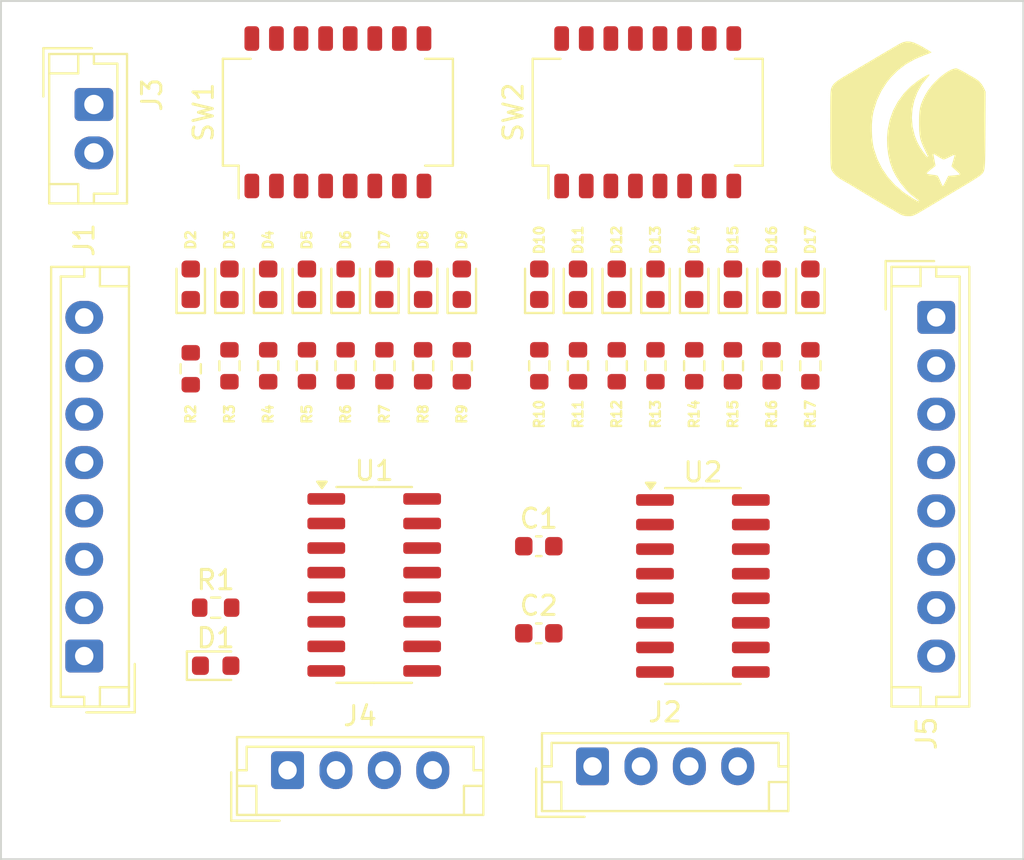
<source format=kicad_pcb>
(kicad_pcb (version 20241229) (generator "pcbnew") (generator_version "9.0")
  (layers (0 "F.Cu" signal) (2 "B.Cu" signal) (13 "F.Paste" user) (15 "B.Paste" user) (5 "F.SilkS" user "F.Silkscreen") (7 "B.SilkS" user "B.Silkscreen") (1 "F.Mask" user) (3 "B.Mask" user) (25 "Edge.Cuts" user))
  (net 0 "")
  (net 1 "Net-(U1-VCC)")
  (net 2 "HC165_DATA")
  (net 3 "GND")
  (net 5 "HC165_CLK")
  (net 6 "Q")
  (net 7 "HC165_LOAD")
  (net 8 "Net-(U2-VCC)")
  (net 10 "+3V3")
  (net 11 "Net-(D2-K)")
  (net 12 "Net-(U1-D7)")
  (net 13 "Net-(D6-K)")
  (net 14 "Net-(U1-D3)")
  (net 15 "Net-(U1-D5)")
  (net 16 "Net-(D4-K)")
  (net 17 "Net-(D1-A)")
  (net 18 "Net-(U1-D4)")
  (net 19 "Net-(D5-K)")
  (net 20 "Net-(D16-K)")
  (net 21 "Net-(U2-D1)")
  (net 22 "Net-(U1-D6)")
  (net 23 "Net-(D3-K)")
  (net 24 "Net-(U1-D2)")
  (net 25 "Net-(D7-K)")
  (net 26 "Net-(U1-D1)")
  (net 27 "Net-(D8-K)")
  (net 28 "Net-(D9-K)")
  (net 29 "Net-(U1-D0)")
  (net 30 "Net-(U2-D7)")
  (net 31 "Net-(D10-K)")
  (net 32 "Net-(D11-K)")
  (net 33 "Net-(U2-D6)")
  (net 34 "Net-(U2-D5)")
  (net 35 "Net-(D12-K)")
  (net 36 "Net-(D13-K)")
  (net 37 "Net-(U2-D4)")
  (net 38 "Net-(D14-K)")
  (net 39 "Net-(U2-D3)")
  (net 40 "Net-(D15-K)")
  (net 41 "Net-(U2-D2)")
  (net 42 "Net-(D17-K)")
  (net 43 "Net-(U2-D0)")
  (net 44 "Net-(D14-A)")
  (net 45 "Net-(D15-A)")
  (net 46 "Net-(D9-A)")
  (net 47 "Net-(D4-A)")
  (net 48 "Net-(D2-A)")
  (net 49 "Net-(D3-A)")
  (net 50 "Net-(D5-A)")
  (net 51 "Net-(D6-A)")
  (net 52 "Net-(D7-A)")
  (net 53 "Net-(D8-A)")
  (net 54 "Net-(D10-A)")
  (net 55 "Net-(D16-A)")
  (net 56 "Net-(D11-A)")
  (net 57 "Net-(D12-A)")
  (net 58 "Net-(D13-A)")
  (footprint "Resistor_SMD:R_0603_1608Metric" (layer "F.Cu") (at 39 58.5 90)
    (property "Reference" "R4" (at -2.5 0 90) (layer "F.SilkS") (effects (font (size 0.5 0.5) (thickness 0.125))))
    (property "Value" "330R")
    (pad "1" smd roundrect (at -0.825 0 90) (size 0.8 0.95) (layers "F.Cu" "F.Mask" "F.Paste") (net 16 "Net-(D4-K)"))
    (pad "2" smd roundrect (at 0.825 0 90) (size 0.8 0.95) (layers "F.Cu" "F.Mask" "F.Paste") (net 15 "Net-(U1-D5)"))
  )
  (footprint "LED_SMD:LED_0603_1608Metric" (layer "F.Cu") (at 41 54.2875 90)
    (property "Reference" "D5" (at 2.2875 0 90) (layer "F.SilkS") (effects (font (size 0.5 0.5) (thickness 0.125))))
    (property "Value" "green_LED")
    (pad "1" smd roundrect (at -0.7875 0 90) (size 0.875 0.95) (layers "F.Cu" "F.Mask" "F.Paste") (net 19 "Net-(D5-K)"))
    (pad "2" smd roundrect (at 0.7875 0 90) (size 0.875 0.95) (layers "F.Cu" "F.Mask" "F.Paste") (net 50 "Net-(D5-A)"))
  )
  (footprint "LED_SMD:LED_0603_1608Metric" (layer "F.Cu") (at 63 54.2875 90)
    (property "Reference" "D15" (at 2.2875 0 90) (layer "F.SilkS") (effects (font (size 0.5 0.5) (thickness 0.125) (bold yes))))
    (property "Value" "green_LED")
    (pad "1" smd roundrect (at -0.7875 0 90) (size 0.875 0.95) (layers "F.Cu" "F.Mask" "F.Paste") (net 40 "Net-(D15-K)"))
    (pad "2" smd roundrect (at 0.7875 0 90) (size 0.875 0.95) (layers "F.Cu" "F.Mask" "F.Paste") (net 45 "Net-(D15-A)"))
  )
  (footprint "Resistor_SMD:R_0603_1608Metric" (layer "F.Cu") (at 43 58.5 90)
    (property "Reference" "R6" (at -2.5 0 90) (layer "F.SilkS") (effects (font (size 0.5 0.5) (thickness 0.125) (bold yes))))
    (property "Value" "330R")
    (pad "1" smd roundrect (at -0.825 0 90) (size 0.8 0.95) (layers "F.Cu" "F.Mask" "F.Paste") (net 13 "Net-(D6-K)"))
    (pad "2" smd roundrect (at 0.825 0 90) (size 0.8 0.95) (layers "F.Cu" "F.Mask" "F.Paste") (net 14 "Net-(U1-D3)"))
  )
  (footprint "Connector_JST:JST_EH_B4B-EH-A_1x04_P2.50mm_Vertical" (layer "F.Cu") (at 55.75 79.2)
    (property "Reference" "J2" (at 3.75 -2.8 0) (layer "F.SilkS"))
    (property "Value" "Conn_01x04_Pin")
    (pad "1" thru_hole roundrect (at 0 0) (size 1.7 1.95) (drill 0.95) (layers "*.Cu" "*.Mask") (roundrect_rratio 0.147059) (net 7 "HC165_LOAD"))
    (pad "2" thru_hole oval (at 2.5 0) (size 1.7 1.95) (drill 0.95) (layers "*.Cu" "*.Mask") (net 5 "HC165_CLK"))
    (pad "3" thru_hole oval (at 5 0) (size 1.7 1.95) (drill 0.95) (layers "*.Cu" "*.Mask") (net 2 "HC165_DATA"))
    (pad "4" thru_hole oval (at 7.5 0) (size 1.7 1.95) (drill 0.95) (layers "*.Cu" "*.Mask") (net 6 "Q"))
  )
  (footprint "Resistor_SMD:R_0603_1608Metric" (layer "F.Cu") (at 55 58.5 90)
    (property "Reference" "R11" (at -2.5 0 90) (layer "F.SilkS") (effects (font (size 0.5 0.5) (thickness 0.125))))
    (property "Value" "330R")
    (pad "1" smd roundrect (at -0.825 0 90) (size 0.8 0.95) (layers "F.Cu" "F.Mask" "F.Paste") (net 32 "Net-(D11-K)"))
    (pad "2" smd roundrect (at 0.825 0 90) (size 0.8 0.95) (layers "F.Cu" "F.Mask" "F.Paste") (net 33 "Net-(U2-D6)"))
  )
  (footprint "Resistor_SMD:R_0603_1608Metric" (layer "F.Cu") (at 61 58.5 90)
    (property "Reference" "R14" (at -2.5 0 90) (layer "F.SilkS") (effects (font (size 0.5 0.5) (thickness 0.125) (bold yes))))
    (property "Value" "330R")
    (pad "1" smd roundrect (at -0.825 0 90) (size 0.8 0.95) (layers "F.Cu" "F.Mask" "F.Paste") (net 38 "Net-(D14-K)"))
    (pad "2" smd roundrect (at 0.825 0 90) (size 0.8 0.95) (layers "F.Cu" "F.Mask" "F.Paste") (net 39 "Net-(U2-D3)"))
  )
  (footprint "Resistor_SMD:R_0603_1608Metric" (layer "F.Cu") (at 63 58.5 90)
    (property "Reference" "R15" (at -2.5 0 90) (layer "F.SilkS") (effects (font (size 0.5 0.5) (thickness 0.125) (bold yes))))
    (property "Value" "330R")
    (pad "1" smd roundrect (at -0.825 0 90) (size 0.8 0.95) (layers "F.Cu" "F.Mask" "F.Paste") (net 40 "Net-(D15-K)"))
    (pad "2" smd roundrect (at 0.825 0 90) (size 0.8 0.95) (layers "F.Cu" "F.Mask" "F.Paste") (net 41 "Net-(U2-D2)"))
  )
  (footprint "LED_SMD:LED_0603_1608Metric" (layer "F.Cu") (at 35 54.2875 90)
    (property "Reference" "D2" (at 2.2875 0 90) (layer "F.SilkS") (effects (font (size 0.5 0.5) (thickness 0.125))))
    (property "Value" "green_LED")
    (pad "1" smd roundrect (at -0.7875 0 90) (size 0.875 0.95) (layers "F.Cu" "F.Mask" "F.Paste") (net 11 "Net-(D2-K)"))
    (pad "2" smd roundrect (at 0.7875 0 90) (size 0.875 0.95) (layers "F.Cu" "F.Mask" "F.Paste") (net 48 "Net-(D2-A)"))
  )
  (footprint "LED_SMD:LED_0603_1608Metric" (layer "F.Cu") (at 49 54.2875 90)
    (property "Reference" "D9" (at 2.2875 0 90) (layer "F.SilkS") (effects (font (size 0.5 0.5) (thickness 0.125) (bold yes))))
    (property "Value" "green_LED")
    (pad "1" smd roundrect (at -0.7875 0 90) (size 0.875 0.95) (layers "F.Cu" "F.Mask" "F.Paste") (net 28 "Net-(D9-K)"))
    (pad "2" smd roundrect (at 0.7875 0 90) (size 0.875 0.95) (layers "F.Cu" "F.Mask" "F.Paste") (net 46 "Net-(D9-A)"))
  )
  (footprint "Connector_JST:JST_EH_B4B-EH-A_1x04_P2.50mm_Vertical" (layer "F.Cu") (at 40 79.4)
    (property "Reference" "J4" (at 3.75 -2.8 0) (layer "F.SilkS"))
    (property "Value" "Conn_01x04_Pin")
    (pad "1" thru_hole roundrect (at 0 0) (size 1.7 1.95) (drill 0.95) (layers "*.Cu" "*.Mask") (roundrect_rratio 0.147059) (net 7 "HC165_LOAD"))
    (pad "2" thru_hole oval (at 2.5 0) (size 1.7 1.95) (drill 0.95) (layers "*.Cu" "*.Mask") (net 5 "HC165_CLK"))
    (pad "3" thru_hole oval (at 5 0) (size 1.7 1.95) (drill 0.95) (layers "*.Cu" "*.Mask") (net 2 "HC165_DATA"))
    (pad "4" thru_hole oval (at 7.5 0) (size 1.7 1.95) (drill 0.95) (layers "*.Cu" "*.Mask") (net 6 "Q"))
  )
  (footprint "LED_SMD:LED_0603_1608Metric" (layer "F.Cu") (at 65 54.2875 90)
    (property "Reference" "D16" (at 2.2875 0 90) (layer "F.SilkS") (effects (font (size 0.5 0.5) (thickness 0.125) (bold yes))))
    (property "Value" "green_LED")
    (pad "1" smd roundrect (at -0.7875 0 90) (size 0.875 0.95) (layers "F.Cu" "F.Mask" "F.Paste") (net 20 "Net-(D16-K)"))
    (pad "2" smd roundrect (at 0.7875 0 90) (size 0.875 0.95) (layers "F.Cu" "F.Mask" "F.Paste") (net 55 "Net-(D16-A)"))
  )
  (footprint "LED_SMD:LED_0603_1608Metric" (layer "F.Cu") (at 43 54.2875 90)
    (property "Reference" "D6" (at 2.2875 0 90) (layer "F.SilkS") (effects (font (size 0.5 0.5) (thickness 0.125) (bold yes))))
    (property "Value" "green_LED")
    (pad "1" smd roundrect (at -0.7875 0 90) (size 0.875 0.95) (layers "F.Cu" "F.Mask" "F.Paste") (net 13 "Net-(D6-K)"))
    (pad "2" smd roundrect (at 0.7875 0 90) (size 0.875 0.95) (layers "F.Cu" "F.Mask" "F.Paste") (net 51 "Net-(D6-A)"))
  )
  (footprint "LED_SMD:LED_0603_1608Metric" (layer "F.Cu") (at 47 54.2875 90)
    (property "Reference" "D8" (at 2.2875 0 90) (layer "F.SilkS") (effects (font (size 0.5 0.5) (thickness 0.125) (bold yes))))
    (property "Value" "green_LED")
    (pad "1" smd roundrect (at -0.7875 0 90) (size 0.875 0.95) (layers "F.Cu" "F.Mask" "F.Paste") (net 27 "Net-(D8-K)"))
    (pad "2" smd roundrect (at 0.7875 0 90) (size 0.875 0.95) (layers "F.Cu" "F.Mask" "F.Paste") (net 53 "Net-(D8-A)"))
  )
  (footprint "LED_SMD:LED_0603_1608Metric" (layer "F.Cu") (at 57 54.2875 90)
    (property "Reference" "D12" (at 2.2875 0 90) (layer "F.SilkS") (effects (font (size 0.5 0.5) (thickness 0.125) (bold yes))))
    (property "Value" "green_LED")
    (pad "1" smd roundrect (at -0.7875 0 90) (size 0.875 0.95) (layers "F.Cu" "F.Mask" "F.Paste") (net 35 "Net-(D12-K)"))
    (pad "2" smd roundrect (at 0.7875 0 90) (size 0.875 0.95) (layers "F.Cu" "F.Mask" "F.Paste") (net 57 "Net-(D12-A)"))
  )
  (footprint "Resistor_SMD:R_0603_1608Metric" (layer "F.Cu") (at 67 58.5 90)
    (property "Reference" "R17" (at -2.5 0 90) (layer "F.SilkS") (effects (font (size 0.5 0.5) (thickness 0.125) (bold yes))))
    (property "Value" "330R")
    (pad "1" smd roundrect (at -0.825 0 90) (size 0.8 0.95) (layers "F.Cu" "F.Mask" "F.Paste") (net 42 "Net-(D17-K)"))
    (pad "2" smd roundrect (at 0.825 0 90) (size 0.8 0.95) (layers "F.Cu" "F.Mask" "F.Paste") (net 43 "Net-(U2-D0)"))
  )
  (footprint "LED_SMD:LED_0603_1608Metric" (layer "F.Cu") (at 36.2875 74)
    (property "Reference" "D1" (at 0 -1.43 0) (layer "F.SilkS"))
    (property "Value" "RED_LED")
    (pad "1" smd roundrect (at -0.7875 0) (size 0.875 0.95) (layers "F.Cu" "F.Mask" "F.Paste") (net 3 "GND"))
    (pad "2" smd roundrect (at 0.7875 0) (size 0.875 0.95) (layers "F.Cu" "F.Mask" "F.Paste") (net 17 "Net-(D1-A)"))
  )
  (footprint "LED_SMD:LED_0603_1608Metric" (layer "F.Cu") (at 39 54.2875 90)
    (property "Reference" "D4" (at 2.2875 0 90) (layer "F.SilkS") (effects (font (size 0.5 0.5) (thickness 0.125))))
    (property "Value" "green_LED")
    (pad "1" smd roundrect (at -0.7875 0 90) (size 0.875 0.95) (layers "F.Cu" "F.Mask" "F.Paste") (net 16 "Net-(D4-K)"))
    (pad "2" smd roundrect (at 0.7875 0 90) (size 0.875 0.95) (layers "F.Cu" "F.Mask" "F.Paste") (net 47 "Net-(D4-A)"))
  )
  (footprint "Capacitor_SMD:C_0603_1608Metric" (layer "F.Cu") (at 52.975 67.825)
    (property "Reference" "C1" (at 0 -1.43 0) (layer "F.SilkS"))
    (property "Value" "100nF")
    (pad "1" smd roundrect (at -0.775 0) (size 0.9 0.95) (layers "F.Cu" "F.Mask" "F.Paste") (net 1 "Net-(U1-VCC)"))
    (pad "2" smd roundrect (at 0.775 0) (size 0.9 0.95) (layers "F.Cu" "F.Mask" "F.Paste") (net 3 "GND"))
  )
  (footprint "Button_Switch_SMD:SW_DIP_SPSTx08_Slide_KingTek_DSHP08TS_W7.62mm_P1.27mm" (layer "F.Cu") (at 58.6 45.4 90)
    (property "Reference" "SW2" (at 0 -6.94 90) (layer "F.SilkS"))
    (property "Value" "SW_DIP_x08")
    (pad "1" smd roundrect (at -3.81 -4.445 90) (size 1.27 0.76) (layers "F.Cu" "F.Mask" "F.Paste") (net 54 "Net-(D10-A)"))
    (pad "2" smd roundrect (at -3.81 -3.175 90) (size 1.27 0.76) (layers "F.Cu" "F.Mask" "F.Paste") (net 56 "Net-(D11-A)"))
    (pad "3" smd roundrect (at -3.81 -1.905 90) (size 1.27 0.76) (layers "F.Cu" "F.Mask" "F.Paste") (net 57 "Net-(D12-A)"))
    (pad "4" smd roundrect (at -3.81 -0.635 90) (size 1.27 0.76) (layers "F.Cu" "F.Mask" "F.Paste") (net 58 "Net-(D13-A)"))
    (pad "5" smd roundrect (at -3.81 0.635 90) (size 1.27 0.76) (layers "F.Cu" "F.Mask" "F.Paste") (net 44 "Net-(D14-A)"))
    (pad "6" smd roundrect (at -3.81 1.905 90) (size 1.27 0.76) (layers "F.Cu" "F.Mask" "F.Paste") (net 45 "Net-(D15-A)"))
    (pad "7" smd roundrect (at -3.81 3.175 90) (size 1.27 0.76) (layers "F.Cu" "F.Mask" "F.Paste") (net 55 "Net-(D16-A)"))
    (pad "8" smd roundrect (at -3.81 4.445 90) (size 1.27 0.76) (layers "F.Cu" "F.Mask" "F.Paste") (net 55 "Net-(D16-A)"))
    (pad "9" smd roundrect (at 3.81 4.445 90) (size 1.27 0.76) (layers "F.Cu" "F.Mask" "F.Paste") (net 10 "+3V3"))
    (pad "10" smd roundrect (at 3.81 3.175 90) (size 1.27 0.76) (layers "F.Cu" "F.Mask" "F.Paste") (net 10 "+3V3"))
    (pad "11" smd roundrect (at 3.81 1.905 90) (size 1.27 0.76) (layers "F.Cu" "F.Mask" "F.Paste") (net 10 "+3V3"))
    (pad "12" smd roundrect (at 3.81 0.635 90) (size 1.27 0.76) (layers "F.Cu" "F.Mask" "F.Paste") (net 10 "+3V3"))
    (pad "13" smd roundrect (at 3.81 -0.635 90) (size 1.27 0.76) (layers "F.Cu" "F.Mask" "F.Paste") (net 10 "+3V3"))
    (pad "14" smd roundrect (at 3.81 -1.905 90) (size 1.27 0.76) (layers "F.Cu" "F.Mask" "F.Paste") (net 10 "+3V3"))
    (pad "15" smd roundrect (at 3.81 -3.175 90) (size 1.27 0.76) (layers "F.Cu" "F.Mask" "F.Paste") (net 10 "+3V3"))
    (pad "16" smd roundrect (at 3.81 -4.445 90) (size 1.27 0.76) (layers "F.Cu" "F.Mask" "F.Paste") (net 10 "+3V3"))
  )
  (footprint "LED_SMD:LED_0603_1608Metric" (layer "F.Cu") (at 59 54.2875 90)
    (property "Reference" "D13" (at 2.2875 0 90) (layer "F.SilkS") (effects (font (size 0.5 0.5) (thickness 0.125) (bold yes))))
    (property "Value" "green_LED")
    (pad "1" smd roundrect (at -0.7875 0 90) (size 0.875 0.95) (layers "F.Cu" "F.Mask" "F.Paste") (net 36 "Net-(D13-K)"))
    (pad "2" smd roundrect (at 0.7875 0 90) (size 0.875 0.95) (layers "F.Cu" "F.Mask" "F.Paste") (net 58 "Net-(D13-A)"))
  )
  (footprint "Resistor_SMD:R_0603_1608Metric" (layer "F.Cu") (at 59 58.5 90)
    (property "Reference" "R13" (at -2.5 0 90) (layer "F.SilkS") (effects (font (size 0.5 0.5) (thickness 0.125) (bold yes))))
    (property "Value" "330R")
    (pad "1" smd roundrect (at -0.825 0 90) (size 0.8 0.95) (layers "F.Cu" "F.Mask" "F.Paste") (net 36 "Net-(D13-K)"))
    (pad "2" smd roundrect (at 0.825 0 90) (size 0.8 0.95) (layers "F.Cu" "F.Mask" "F.Paste") (net 37 "Net-(U2-D4)"))
  )
  (footprint "Resistor_SMD:R_0603_1608Metric" (layer "F.Cu") (at 57 58.5 90)
    (property "Reference" "R12" (at -2.5 0 90) (layer "F.SilkS") (effects (font (size 0.5 0.5) (thickness 0.125))))
    (property "Value" "330R")
    (pad "1" smd roundrect (at -0.825 0 90) (size 0.8 0.95) (layers "F.Cu" "F.Mask" "F.Paste") (net 35 "Net-(D12-K)"))
    (pad "2" smd roundrect (at 0.825 0 90) (size 0.8 0.95) (layers "F.Cu" "F.Mask" "F.Paste") (net 34 "Net-(U2-D5)"))
  )
  (footprint "Button_Switch_SMD:SW_DIP_SPSTx08_Slide_KingTek_DSHP08TS_W7.62mm_P1.27mm" (layer "F.Cu") (at 42.6 45.4 90)
    (property "Reference" "SW1" (at 0 -6.94 90) (layer "F.SilkS"))
    (property "Value" "SW_DIP_x08")
    (pad "1" smd roundrect (at -3.81 -4.445 90) (size 1.27 0.76) (layers "F.Cu" "F.Mask" "F.Paste") (net 48 "Net-(D2-A)"))
    (pad "2" smd roundrect (at -3.81 -3.175 90) (size 1.27 0.76) (layers "F.Cu" "F.Mask" "F.Paste") (net 49 "Net-(D3-A)"))
    (pad "3" smd roundrect (at -3.81 -1.905 90) (size 1.27 0.76) (layers "F.Cu" "F.Mask" "F.Paste") (net 47 "Net-(D4-A)"))
    (pad "4" smd roundrect (at -3.81 -0.635 90) (size 1.27 0.76) (layers "F.Cu" "F.Mask" "F.Paste") (net 50 "Net-(D5-A)"))
    (pad "5" smd roundrect (at -3.81 0.635 90) (size 1.27 0.76) (layers "F.Cu" "F.Mask" "F.Paste") (net 51 "Net-(D6-A)"))
    (pad "6" smd roundrect (at -3.81 1.905 90) (size 1.27 0.76) (layers "F.Cu" "F.Mask" "F.Paste") (net 52 "Net-(D7-A)"))
    (pad "7" smd roundrect (at -3.81 3.175 90) (size 1.27 0.76) (layers "F.Cu" "F.Mask" "F.Paste") (net 53 "Net-(D8-A)"))
    (pad "8" smd roundrect (at -3.81 4.445 90) (size 1.27 0.76) (layers "F.Cu" "F.Mask" "F.Paste") (net 46 "Net-(D9-A)"))
    (pad "9" smd roundrect (at 3.81 4.445 90) (size 1.27 0.76) (layers "F.Cu" "F.Mask" "F.Paste") (net 10 "+3V3"))
    (pad "10" smd roundrect (at 3.81 3.175 90) (size 1.27 0.76) (layers "F.Cu" "F.Mask" "F.Paste") (net 10 "+3V3"))
    (pad "11" smd roundrect (at 3.81 1.905 90) (size 1.27 0.76) (layers "F.Cu" "F.Mask" "F.Paste") (net 10 "+3V3"))
    (pad "12" smd roundrect (at 3.81 0.635 90) (size 1.27 0.76) (layers "F.Cu" "F.Mask" "F.Paste") (net 10 "+3V3"))
    (pad "13" smd roundrect (at 3.81 -0.635 90) (size 1.27 0.76) (layers "F.Cu" "F.Mask" "F.Paste") (net 10 "+3V3"))
    (pad "14" smd roundrect (at 3.81 -1.905 90) (size 1.27 0.76) (layers "F.Cu" "F.Mask" "F.Paste") (net 10 "+3V3"))
    (pad "15" smd roundrect (at 3.81 -3.175 90) (size 1.27 0.76) (layers "F.Cu" "F.Mask" "F.Paste") (net 10 "+3V3"))
    (pad "16" smd roundrect (at 3.81 -4.445 90) (size 1.27 0.76) (layers "F.Cu" "F.Mask" "F.Paste") (net 10 "+3V3"))
  )
  (footprint "Resistor_SMD:R_0603_1608Metric" (layer "F.Cu") (at 41 58.5 90)
    (property "Reference" "R5" (at -2.5 0 90) (layer "F.SilkS") (effects (font (size 0.5 0.5) (thickness 0.125))))
    (property "Value" "330R")
    (pad "1" smd roundrect (at -0.825 0 90) (size 0.8 0.95) (layers "F.Cu" "F.Mask" "F.Paste") (net 19 "Net-(D5-K)"))
    (pad "2" smd roundrect (at 0.825 0 90) (size 0.8 0.95) (layers "F.Cu" "F.Mask" "F.Paste") (net 18 "Net-(U1-D4)"))
  )
  (footprint "Resistor_SMD:R_0603_1608Metric" (layer "F.Cu") (at 35 58.655 90)
    (property "Reference" "R2" (at -2.345 0 90) (layer "F.SilkS") (effects (font (size 0.5 0.5) (thickness 0.125) (bold yes))))
    (property "Value" "330R")
    (pad "1" smd roundrect (at -0.825 0 90) (size 0.8 0.95) (layers "F.Cu" "F.Mask" "F.Paste") (net 11 "Net-(D2-K)"))
    (pad "2" smd roundrect (at 0.825 0 90) (size 0.8 0.95) (layers "F.Cu" "F.Mask" "F.Paste") (net 12 "Net-(U1-D7)"))
  )
  (footprint "Resistor_SMD:R_0603_1608Metric" (layer "F.Cu") (at 65 58.5 90)
    (property "Reference" "R16" (at -2.5 0 90) (layer "F.SilkS") (effects (font (size 0.5 0.5) (thickness 0.125))))
    (property "Value" "330R")
    (pad "1" smd roundrect (at -0.825 0 90) (size 0.8 0.95) (layers "F.Cu" "F.Mask" "F.Paste") (net 20 "Net-(D16-K)"))
    (pad "2" smd roundrect (at 0.825 0 90) (size 0.8 0.95) (layers "F.Cu" "F.Mask" "F.Paste") (net 21 "Net-(U2-D1)"))
  )
  (footprint "Capacitor_SMD:C_0603_1608Metric" (layer "F.Cu") (at 52.975 72.325)
    (property "Reference" "C2" (at 0 -1.43 0) (layer "F.SilkS"))
    (property "Value" "100nF")
    (pad "1" smd roundrect (at -0.775 0) (size 0.9 0.95) (layers "F.Cu" "F.Mask" "F.Paste") (net 8 "Net-(U2-VCC)"))
    (pad "2" smd roundrect (at 0.775 0) (size 0.9 0.95) (layers "F.Cu" "F.Mask" "F.Paste") (net 3 "GND"))
  )
  (footprint "LED_SMD:LED_0603_1608Metric" (layer "F.Cu") (at 55 54.2875 90)
    (property "Reference" "D11" (at 2.2875 0 90) (layer "F.SilkS") (effects (font (size 0.5 0.5) (thickness 0.125) (bold yes))))
    (property "Value" "green_LED")
    (pad "1" smd roundrect (at -0.7875 0 90) (size 0.875 0.95) (layers "F.Cu" "F.Mask" "F.Paste") (net 32 "Net-(D11-K)"))
    (pad "2" smd roundrect (at 0.7875 0 90) (size 0.875 0.95) (layers "F.Cu" "F.Mask" "F.Paste") (net 56 "Net-(D11-A)"))
  )
  (footprint "LOGO" (layer "F.Cu") (at 72 46)
    (property "Reference" "G***" (hide yes))
    (property "Value" "LOGO" (hide yes))
  )
  (footprint "LED_SMD:LED_0603_1608Metric" (layer "F.Cu") (at 45 54.2875 90)
    (property "Reference" "D7" (at 2.2875 0 90) (layer "F.SilkS") (effects (font (size 0.5 0.5) (thickness 0.125) (bold yes))))
    (property "Value" "green_LED")
    (pad "1" smd roundrect (at -0.7875 0 90) (size 0.875 0.95) (layers "F.Cu" "F.Mask" "F.Paste") (net 25 "Net-(D7-K)"))
    (pad "2" smd roundrect (at 0.7875 0 90) (size 0.875 0.95) (layers "F.Cu" "F.Mask" "F.Paste") (net 52 "Net-(D7-A)"))
  )
  (footprint "Package_SO:SOIC-16_3.9x9.9mm_P1.27mm" (layer "F.Cu") (at 44.475 69.825)
    (property "Reference" "U1" (at 0 -5.9 0) (layer "F.SilkS"))
    (property "Value" "74HC165")
    (pad "1" smd roundrect (at -2.475 -4.445) (size 1.95 0.6) (layers "F.Cu" "F.Mask" "F.Paste") (net 7 "HC165_LOAD"))
    (pad "2" smd roundrect (at -2.475 -3.175) (size 1.95 0.6) (layers "F.Cu" "F.Mask" "F.Paste") (net 5 "HC165_CLK"))
    (pad "3" smd roundrect (at -2.475 -1.905) (size 1.95 0.6) (layers "F.Cu" "F.Mask" "F.Paste") (net 18 "Net-(U1-D4)"))
    (pad "4" smd roundrect (at -2.475 -0.635) (size 1.95 0.6) (layers "F.Cu" "F.Mask" "F.Paste") (net 15 "Net-(U1-D5)"))
    (pad "5" smd roundrect (at -2.475 0.635) (size 1.95 0.6) (layers "F.Cu" "F.Mask" "F.Paste") (net 22 "Net-(U1-D6)"))
    (pad "6" smd roundrect (at -2.475 1.905) (size 1.95 0.6) (layers "F.Cu" "F.Mask" "F.Paste") (net 12 "Net-(U1-D7)"))
    (pad "7" smd roundrect (at -2.475 3.175) (size 1.95 0.6) (layers "F.Cu" "F.Mask" "F.Paste"))
    (pad "8" smd roundrect (at -2.475 4.445) (size 1.95 0.6) (layers "F.Cu" "F.Mask" "F.Paste") (net 3 "GND"))
    (pad "9" smd roundrect (at 2.475 4.445) (size 1.95 0.6) (layers "F.Cu" "F.Mask" "F.Paste") (net 2 "HC165_DATA"))
    (pad "10" smd roundrect (at 2.475 3.175) (size 1.95 0.6) (layers "F.Cu" "F.Mask" "F.Paste") (net 6 "Q"))
    (pad "11" smd roundrect (at 2.475 1.905) (size 1.95 0.6) (layers "F.Cu" "F.Mask" "F.Paste") (net 29 "Net-(U1-D0)"))
    (pad "12" smd roundrect (at 2.475 0.635) (size 1.95 0.6) (layers "F.Cu" "F.Mask" "F.Paste") (net 26 "Net-(U1-D1)"))
    (pad "13" smd roundrect (at 2.475 -0.635) (size 1.95 0.6) (layers "F.Cu" "F.Mask" "F.Paste") (net 24 "Net-(U1-D2)"))
    (pad "14" smd roundrect (at 2.475 -1.905) (size 1.95 0.6) (layers "F.Cu" "F.Mask" "F.Paste") (net 14 "Net-(U1-D3)"))
    (pad "15" smd roundrect (at 2.475 -3.175) (size 1.95 0.6) (layers "F.Cu" "F.Mask" "F.Paste") (net 3 "GND"))
    (pad "16" smd roundrect (at 2.475 -4.445) (size 1.95 0.6) (layers "F.Cu" "F.Mask" "F.Paste") (net 1 "Net-(U1-VCC)"))
  )
  (footprint "LED_SMD:LED_0603_1608Metric" (layer "F.Cu") (at 37 54.2875 90)
    (property "Reference" "D3" (at 2.2875 0 90) (layer "F.SilkS") (effects (font (size 0.5 0.5) (thickness 0.125) (bold yes))))
    (property "Value" "green_LED")
    (pad "1" smd roundrect (at -0.7875 0 90) (size 0.875 0.95) (layers "F.Cu" "F.Mask" "F.Paste") (net 23 "Net-(D3-K)"))
    (pad "2" smd roundrect (at 0.7875 0 90) (size 0.875 0.95) (layers "F.Cu" "F.Mask" "F.Paste") (net 49 "Net-(D3-A)"))
  )
  (footprint "Resistor_SMD:R_0603_1608Metric" (layer "F.Cu") (at 36.2875 71)
    (property "Reference" "R1" (at 0 -1.43 0) (layer "F.SilkS"))
    (property "Value" "330R")
    (pad "1" smd roundrect (at -0.825 0) (size 0.8 0.95) (layers "F.Cu" "F.Mask" "F.Paste") (net 10 "+3V3"))
    (pad "2" smd roundrect (at 0.825 0) (size 0.8 0.95) (layers "F.Cu" "F.Mask" "F.Paste") (net 17 "Net-(D1-A)"))
  )
  (footprint "Resistor_SMD:R_0603_1608Metric" (layer "F.Cu") (at 37 58.5 90)
    (property "Reference" "R3" (at -2.5 0 90) (layer "F.SilkS") (effects (font (size 0.5 0.5) (thickness 0.125) (bold yes))))
    (property "Value" "330R")
    (pad "1" smd roundrect (at -0.825 0 90) (size 0.8 0.95) (layers "F.Cu" "F.Mask" "F.Paste") (net 23 "Net-(D3-K)"))
    (pad "2" smd roundrect (at 0.825 0 90) (size 0.8 0.95) (layers "F.Cu" "F.Mask" "F.Paste") (net 22 "Net-(U1-D6)"))
  )
  (footprint "Connector_JST:JST_EH_B8B-EH-A_1x08_P2.50mm_Vertical" (layer "F.Cu") (at 73.5 56 -90)
    (property "Reference" "J5" (at 21.5 0.5 90) (layer "F.SilkS"))
    (property "Value" "Conn_01x09_Pin")
    (pad "1" thru_hole roundrect (at 0 0 270) (size 1.7 1.95) (drill 0.95) (layers "*.Cu" "*.Mask") (roundrect_rratio 0.147059) (net 3 "GND"))
    (pad "2" thru_hole oval (at 2.5 0 270) (size 1.7 1.95) (drill 0.95) (layers "*.Cu" "*.Mask") (net 55 "Net-(D16-A)"))
    (pad "3" thru_hole oval (at 5 0 270) (size 1.7 1.95) (drill 0.95) (layers "*.Cu" "*.Mask") (net 55 "Net-(D16-A)"))
    (pad "4" thru_hole oval (at 7.5 0 270) (size 1.7 1.95) (drill 0.95) (layers "*.Cu" "*.Mask") (net 45 "Net-(D15-A)"))
    (pad "5" thru_hole oval (at 10 0 270) (size 1.7 1.95) (drill 0.95) (layers "*.Cu" "*.Mask") (net 44 "Net-(D14-A)"))
    (pad "6" thru_hole oval (at 12.5 0 270) (size 1.7 1.95) (drill 0.95) (layers "*.Cu" "*.Mask") (net 58 "Net-(D13-A)"))
    (pad "7" thru_hole oval (at 15 0 270) (size 1.7 1.95) (drill 0.95) (layers "*.Cu" "*.Mask") (net 57 "Net-(D12-A)"))
    (pad "8" thru_hole oval (at 17.5 0 270) (size 1.7 1.95) (drill 0.95) (layers "*.Cu" "*.Mask") (net 56 "Net-(D11-A)"))
  )
  (footprint "Resistor_SMD:R_0603_1608Metric" (layer "F.Cu") (at 45 58.5 90)
    (property "Reference" "R7" (at -2.5 0 90) (layer "F.SilkS") (effects (font (size 0.5 0.5) (thickness 0.125) (bold yes))))
    (property "Value" "330R")
    (pad "1" smd roundrect (at -0.825 0 90) (size 0.8 0.95) (layers "F.Cu" "F.Mask" "F.Paste") (net 25 "Net-(D7-K)"))
    (pad "2" smd roundrect (at 0.825 0 90) (size 0.8 0.95) (layers "F.Cu" "F.Mask" "F.Paste") (net 24 "Net-(U1-D2)"))
  )
  (footprint "Resistor_SMD:R_0603_1608Metric" (layer "F.Cu") (at 53 58.5 90)
    (property "Reference" "R10" (at -2.5 0 90) (layer "F.SilkS") (effects (font (size 0.5 0.5) (thickness 0.125) (bold yes))))
    (property "Value" "330R")
    (pad "1" smd roundrect (at -0.825 0 90) (size 0.8 0.95) (layers "F.Cu" "F.Mask" "F.Paste") (net 31 "Net-(D10-K)"))
    (pad "2" smd roundrect (at 0.825 0 90) (size 0.8 0.95) (layers "F.Cu" "F.Mask" "F.Paste") (net 30 "Net-(U2-D7)"))
  )
  (footprint "Connector_JST:JST_EH_B2B-EH-A_1x02_P2.50mm_Vertical" (layer "F.Cu") (at 30 45 -90)
    (property "Reference" "J3" (at -0.5 -3 90) (layer "F.SilkS"))
    (property "Value" "Conn_01x02_Pin")
    (pad "1" thru_hole roundrect (at 0 0 270) (size 1.7 2) (drill 1) (layers "*.Cu" "*.Mask") (roundrect_rratio 0.147059) (net 10 "+3V3"))
    (pad "2" thru_hole oval (at 2.5 0 270) (size 1.7 2) (drill 1) (layers "*.Cu" "*.Mask") (net 3 "GND"))
  )
  (footprint "LED_SMD:LED_0603_1608Metric" (layer "F.Cu") (at 67 54.2875 90)
    (property "Reference" "D17" (at 2.2875 0 90) (layer "F.SilkS") (effects (font (size 0.5 0.5) (thickness 0.125) (bold yes))))
    (property "Value" "green_LED")
    (pad "1" smd roundrect (at -0.7875 0 90) (size 0.875 0.95) (layers "F.Cu" "F.Mask" "F.Paste") (net 42 "Net-(D17-K)"))
    (pad "2" smd roundrect (at 0.7875 0 90) (size 0.875 0.95) (layers "F.Cu" "F.Mask" "F.Paste") (net 55 "Net-(D16-A)"))
  )
  (footprint "Resistor_SMD:R_0603_1608Metric" (layer "F.Cu") (at 49 58.5 90)
    (property "Reference" "R9" (at -2.5 0 90) (layer "F.SilkS") (effects (font (size 0.5 0.5) (thickness 0.125))))
    (property "Value" "330R")
    (pad "1" smd roundrect (at -0.825 0 90) (size 0.8 0.95) (layers "F.Cu" "F.Mask" "F.Paste") (net 28 "Net-(D9-K)"))
    (pad "2" smd roundrect (at 0.825 0 90) (size 0.8 0.95) (layers "F.Cu" "F.Mask" "F.Paste") (net 29 "Net-(U1-D0)"))
  )
  (footprint "Connector_JST:JST_EH_B8B-EH-A_1x08_P2.50mm_Vertical" (layer "F.Cu") (at 29.5 73.5 90)
    (property "Reference" "J1" (at 21.5 0 90) (layer "F.SilkS"))
    (property "Value" "Conn_01x09_Pin")
    (pad "1" thru_hole roundrect (at 0 0 90) (size 1.7 1.95) (drill 0.95) (layers "*.Cu" "*.Mask") (roundrect_rratio 0.147059) (net 3 "GND"))
    (pad "2" thru_hole oval (at 2.5 0 90) (size 1.7 1.95) (drill 0.95) (layers "*.Cu" "*.Mask") (net 46 "Net-(D9-A)"))
    (pad "3" thru_hole oval (at 5 0 90) (size 1.7 1.95) (drill 0.95) (layers "*.Cu" "*.Mask") (net 53 "Net-(D8-A)"))
    (pad "4" thru_hole oval (at 7.5 0 90) (size 1.7 1.95) (drill 0.95) (layers "*.Cu" "*.Mask") (net 52 "Net-(D7-A)"))
    (pad "5" thru_hole oval (at 10 0 90) (size 1.7 1.95) (drill 0.95) (layers "*.Cu" "*.Mask") (net 51 "Net-(D6-A)"))
    (pad "6" thru_hole oval (at 12.5 0 90) (size 1.7 1.95) (drill 0.95) (layers "*.Cu" "*.Mask") (net 50 "Net-(D5-A)"))
    (pad "7" thru_hole oval (at 15 0 90) (size 1.7 1.95) (drill 0.95) (layers "*.Cu" "*.Mask") (net 47 "Net-(D4-A)"))
    (pad "8" thru_hole oval (at 17.5 0 90) (size 1.7 1.95) (drill 0.95) (layers "*.Cu" "*.Mask") (net 49 "Net-(D3-A)"))
  )
  (footprint "LED_SMD:LED_0603_1608Metric" (layer "F.Cu") (at 53 54.2875 90)
    (property "Reference" "D10" (at 2.2875 0 90) (layer "F.SilkS") (effects (font (size 0.5 0.5) (thickness 0.125) (bold yes))))
    (property "Value" "green_LED")
    (pad "1" smd roundrect (at -0.7875 0 90) (size 0.875 0.95) (layers "F.Cu" "F.Mask" "F.Paste") (net 31 "Net-(D10-K)"))
    (pad "2" smd roundrect (at 0.7875 0 90) (size 0.875 0.95) (layers "F.Cu" "F.Mask" "F.Paste") (net 54 "Net-(D10-A)"))
  )
  (footprint "LED_SMD:LED_0603_1608Metric" (layer "F.Cu") (at 61 54.2875 90)
    (property "Reference" "D14" (at 2.2875 0 90) (layer "F.SilkS") (effects (font (size 0.5 0.5) (thickness 0.125) (bold yes))))
    (property "Value" "green_LED")
    (pad "1" smd roundrect (at -0.7875 0 90) (size 0.875 0.95) (layers "F.Cu" "F.Mask" "F.Paste") (net 38 "Net-(D14-K)"))
    (pad "2" smd roundrect (at 0.7875 0 90) (size 0.875 0.95) (layers "F.Cu" "F.Mask" "F.Paste") (net 44 "Net-(D14-A)"))
  )
  (footprint "Resistor_SMD:R_0603_1608Metric" (layer "F.Cu") (at 47 58.5 90)
    (property "Reference" "R8" (at -2.5 0 90) (layer "F.SilkS") (effects (font (size 0.5 0.5) (thickness 0.125) (bold yes))))
    (property "Value" "330R")
    (pad "1" smd roundrect (at -0.825 0 90) (size 0.8 0.95) (layers "F.Cu" "F.Mask" "F.Paste") (net 27 "Net-(D8-K)"))
    (pad "2" smd roundrect (at 0.825 0 90) (size 0.8 0.95) (layers "F.Cu" "F.Mask" "F.Paste") (net 26 "Net-(U1-D1)"))
  )
  (footprint "Package_SO:SOIC-16_3.9x9.9mm_P1.27mm" (layer "F.Cu") (at 61.45 69.88)
    (property "Reference" "U2" (at 0 -5.88 0) (layer "F.SilkS"))
    (property "Value" "74HC165")
    (pad "1" smd roundrect (at -2.475 -4.445) (size 1.95 0.6) (layers "F.Cu" "F.Mask" "F.Paste") (net 7 "HC165_LOAD"))
    (pad "2" smd roundrect (at -2.475 -3.175) (size 1.95 0.6) (layers "F.Cu" "F.Mask" "F.Paste") (net 5 "HC165_CLK"))
    (pad "3" smd roundrect (at -2.475 -1.905) (size 1.95 0.6) (layers "F.Cu" "F.Mask" "F.Paste") (net 37 "Net-(U2-D4)"))
    (pad "4" smd roundrect (at -2.475 -0.635) (size 1.95 0.6) (layers "F.Cu" "F.Mask" "F.Paste") (net 34 "Net-(U2-D5)"))
    (pad "5" smd roundrect (at -2.475 0.635) (size 1.95 0.6) (layers "F.Cu" "F.Mask" "F.Paste") (net 33 "Net-(U2-D6)"))
    (pad "6" smd roundrect (at -2.475 1.905) (size 1.95 0.6) (layers "F.Cu" "F.Mask" "F.Paste") (net 30 "Net-(U2-D7)"))
    (pad "7" smd roundrect (at -2.475 3.175) (size 1.95 0.6) (layers "F.Cu" "F.Mask" "F.Paste"))
    (pad "8" smd roundrect (at -2.475 4.445) (size 1.95 0.6) (layers "F.Cu" "F.Mask" "F.Paste") (net 3 "GND"))
    (pad "9" smd roundrect (at 2.475 4.445) (size 1.95 0.6) (layers "F.Cu" "F.Mask" "F.Paste") (net 2 "HC165_DATA"))
    (pad "10" smd roundrect (at 2.475 3.175) (size 1.95 0.6) (layers "F.Cu" "F.Mask" "F.Paste") (net 6 "Q"))
    (pad "11" smd roundrect (at 2.475 1.905) (size 1.95 0.6) (layers "F.Cu" "F.Mask" "F.Paste") (net 43 "Net-(U2-D0)"))
    (pad "12" smd roundrect (at 2.475 0.635) (size 1.95 0.6) (layers "F.Cu" "F.Mask" "F.Paste") (net 21 "Net-(U2-D1)"))
    (pad "13" smd roundrect (at 2.475 -0.635) (size 1.95 0.6) (layers "F.Cu" "F.Mask" "F.Paste") (net 41 "Net-(U2-D2)"))
    (pad "14" smd roundrect (at 2.475 -1.905) (size 1.95 0.6) (layers "F.Cu" "F.Mask" "F.Paste") (net 39 "Net-(U2-D3)"))
    (pad "15" smd roundrect (at 2.475 -3.175) (size 1.95 0.6) (layers "F.Cu" "F.Mask" "F.Paste") (net 3 "GND"))
    (pad "16" smd roundrect (at 2.475 -4.445) (size 1.95 0.6) (layers "F.Cu" "F.Mask" "F.Paste") (net 8 "Net-(U2-VCC)"))
  )
  (gr_rect (start 25.2 39.65) (end 78 84) (stroke (width 0.1)) (fill no) (layer "Edge.Cuts"))
)
</source>
